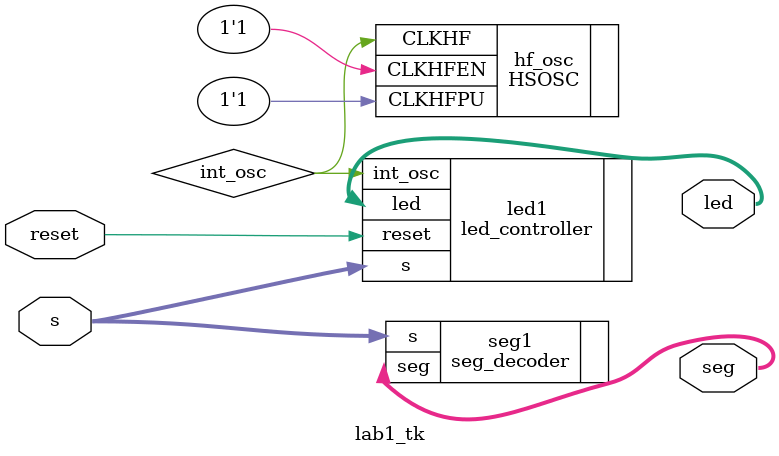
<source format=sv>
/* This is a top level module that instantiates an LED controller (performs xor and and logic operations as well as blinks an LED at 2.4 Hz).
   Additionally, this module instantiates a 7 segment decoder that sets and resets cathode pins correlated with hex #s (0 - F).
*/
module lab1_tk (input logic reset,
            input logic [3:0] s,
            output logic [2:0] led,
            output logic [6:0] seg);
			
	logic int_osc;
	
    // High-speed oscillator
	HSOSC #(.CLKHF_DIV(2'b01)) hf_osc (.CLKHFPU(1'b1), .CLKHFEN(1'b1), .CLKHF(int_osc));
	
	//Instantiating sub-modules
	led_controller led1(.int_osc(int_osc), .reset(reset), .s(s), .led(led));
	seg_decoder    seg1(.s(s), .seg(seg));

endmodule


</source>
